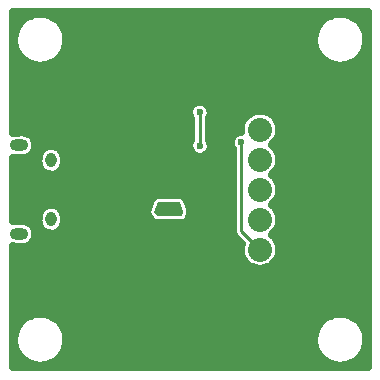
<source format=gbl>
G04 DipTrace 2.4.0.1*
%INinterface.back.gbl*%
%MOIN*%
%ADD13C,0.02*%
%ADD14C,0.01*%
%ADD15C,0.025*%
%ADD21O,0.0374X0.0492*%
%ADD22O,0.061X0.0394*%
%ADD25C,0.08*%
%ADD29C,0.0236*%
%FSLAX44Y44*%
G04*
G70*
G90*
G75*
G01*
%LNBottom*%
%LPD*%
X11064Y13189D2*
D13*
X10312D1*
X9564D1*
X6062Y9687D1*
X7062Y7987D2*
Y8687D1*
X6062Y9687D1*
X9812Y6812D2*
Y7187D1*
X7812D1*
X7037Y7962D1*
X7062Y7987D1*
X10437Y7562D2*
X10152D1*
X9812Y7222D1*
Y7187D1*
X13812Y5812D2*
X10812D1*
X9812Y6812D1*
X6812Y11437D2*
Y10491D1*
X6062Y9687D1*
X11937Y11812D2*
D14*
Y8862D1*
X12562Y8237D1*
X10562Y11687D2*
Y12812D1*
D29*
X11064Y13189D3*
X6062Y9687D3*
X7062Y7987D3*
X9812Y6812D3*
X7062Y7987D3*
X10312Y13189D3*
X10437Y7562D3*
X13812Y5812D3*
X9812Y6812D3*
X6812Y11437D3*
X11937Y11812D3*
X10562Y11687D3*
Y12812D3*
X4347Y15903D2*
D15*
X4662D1*
X5814D2*
X14662D1*
X15814D2*
X16127D1*
X4347Y15655D2*
X4455D1*
X6021D2*
X14455D1*
X16021D2*
X16125D1*
X6111Y15406D2*
X14365D1*
X6122Y15157D2*
X14350D1*
X6064Y14909D2*
X14412D1*
X4347Y14660D2*
X4568D1*
X5907D2*
X14568D1*
X15907D2*
X16127D1*
X4347Y14411D2*
X4955D1*
X5521D2*
X14955D1*
X15521D2*
X16127D1*
X4347Y14163D2*
X16127D1*
X4347Y13914D2*
X16127D1*
X4347Y13665D2*
X16127D1*
X4347Y13417D2*
X16127D1*
X4347Y13168D2*
X16127D1*
X4347Y12919D2*
X10201D1*
X10923D2*
X16127D1*
X4347Y12671D2*
X10213D1*
X10911D2*
X12072D1*
X13052D2*
X16127D1*
X4347Y12422D2*
X10252D1*
X10872D2*
X11928D1*
X13193D2*
X16127D1*
X4347Y12173D2*
X10252D1*
X10872D2*
X11904D1*
X13220D2*
X16127D1*
X5048Y11924D2*
X10252D1*
X10872D2*
X11576D1*
X13138D2*
X16127D1*
X5099Y11676D2*
X5428D1*
X5771D2*
X10186D1*
X10939D2*
X11588D1*
X13044D2*
X16127D1*
X4993Y11427D2*
X5178D1*
X6021D2*
X10299D1*
X10825D2*
X11627D1*
X13193D2*
X16127D1*
X4347Y11178D2*
X5154D1*
X6048D2*
X11627D1*
X13220D2*
X16127D1*
X4347Y10930D2*
X5225D1*
X5978D2*
X11627D1*
X13142D2*
X16127D1*
X4347Y10681D2*
X11627D1*
X13040D2*
X16127D1*
X4347Y10432D2*
X11627D1*
X13193D2*
X16127D1*
X4347Y10184D2*
X11627D1*
X13220D2*
X16127D1*
X4347Y9935D2*
X8928D1*
X10114D2*
X11627D1*
X13146D2*
X16127D1*
X4347Y9686D2*
X5381D1*
X5818D2*
X8834D1*
X10212D2*
X11627D1*
X13036D2*
X16127D1*
X4347Y9438D2*
X5174D1*
X6028D2*
X8791D1*
X10251D2*
X11627D1*
X13189D2*
X16127D1*
X4724Y9189D2*
X5154D1*
X6048D2*
X8924D1*
X10161D2*
X11627D1*
X13220D2*
X16127D1*
X5064Y8940D2*
X5236D1*
X5962D2*
X11627D1*
X13150D2*
X16127D1*
X5095Y8692D2*
X11686D1*
X13028D2*
X16127D1*
X4962Y8443D2*
X11928D1*
X13189D2*
X16127D1*
X4347Y8194D2*
X11904D1*
X13220D2*
X16127D1*
X4347Y7945D2*
X11975D1*
X13150D2*
X16127D1*
X4347Y7697D2*
X12205D1*
X12919D2*
X16127D1*
X4347Y7448D2*
X16127D1*
X4347Y7199D2*
X16127D1*
X4347Y6951D2*
X16127D1*
X4347Y6702D2*
X16127D1*
X4347Y6453D2*
X16127D1*
X4347Y6205D2*
X16127D1*
X4347Y5956D2*
X4732D1*
X5743D2*
X14732D1*
X15743D2*
X16127D1*
X4347Y5707D2*
X4486D1*
X5989D2*
X14486D1*
X15989D2*
X16125D1*
X6099Y5459D2*
X14377D1*
X6126Y5210D2*
X14346D1*
X6083Y4961D2*
X14393D1*
X4347Y4713D2*
X4525D1*
X5950D2*
X14525D1*
X15950D2*
X16127D1*
X4347Y4464D2*
X4826D1*
X5650D2*
X14826D1*
X15650D2*
X16127D1*
X5182Y11279D2*
X5181Y11329D1*
X5213Y11450D1*
X5280Y11555D1*
X5374Y11637D1*
X5488Y11687D1*
X5611Y11702D1*
X5734Y11680D1*
X5845Y11624D1*
X5935Y11537D1*
X5995Y11429D1*
X6021Y11276D1*
X6018Y11162D1*
X6004Y11039D1*
X5950Y10927D1*
X5866Y10835D1*
X5759Y10771D1*
X5638Y10742D1*
X5514Y10749D1*
X5397Y10792D1*
X5298Y10868D1*
X5225Y10969D1*
X5185Y11087D1*
X5178Y11162D1*
X5182Y11280D1*
Y9310D2*
X5181Y9361D1*
X5213Y9481D1*
X5280Y9587D1*
X5374Y9668D1*
X5488Y9719D1*
X5611Y9734D1*
X5734Y9712D1*
X5845Y9655D1*
X5935Y9569D1*
X5995Y9460D1*
X6021Y9308D1*
X6018Y9194D1*
X6004Y9071D1*
X5950Y8958D1*
X5866Y8866D1*
X5759Y8803D1*
X5638Y8773D1*
X5514Y8781D1*
X5397Y8824D1*
X5298Y8899D1*
X5225Y9000D1*
X5185Y9118D1*
X5178Y9194D1*
X5182Y9312D1*
X4431Y11286D2*
X4357Y11287D1*
X4324Y11298D1*
X4322Y9902D1*
Y9180D1*
X4429Y9189D1*
X4645Y9192D1*
X4735Y9183D1*
X4851Y9140D1*
X4951Y9065D1*
X5025Y8965D1*
X5068Y8848D1*
X5077Y8761D1*
X5059Y8637D1*
X5007Y8524D1*
X4924Y8431D1*
X4819Y8365D1*
X4698Y8332D1*
X4645Y8329D1*
X4357Y8335D1*
X4324Y8345D1*
X4322Y6152D1*
Y4322D1*
X16152D1*
Y16152D1*
X4322D1*
Y12133D1*
X4429Y12142D1*
X4645Y12145D1*
X4735Y12136D1*
X4851Y12093D1*
X4951Y12018D1*
X5025Y11918D1*
X5068Y11801D1*
X5077Y11713D1*
X5059Y11590D1*
X5007Y11477D1*
X4924Y11384D1*
X4819Y11318D1*
X4698Y11285D1*
X4645Y11282D1*
X4429Y11285D1*
X13185Y12113D2*
X13148Y11993D1*
X13089Y11883D1*
X13010Y11787D1*
X12953Y11740D1*
X13017Y11680D1*
X13095Y11582D1*
X13152Y11471D1*
X13187Y11351D1*
X13197Y11237D1*
X13185Y11113D1*
X13148Y10993D1*
X13089Y10883D1*
X13010Y10787D1*
X12953Y10740D1*
X13017Y10680D1*
X13095Y10582D1*
X13152Y10471D1*
X13187Y10351D1*
X13197Y10237D1*
X13185Y10113D1*
X13148Y9993D1*
X13089Y9883D1*
X13010Y9787D1*
X12953Y9740D1*
X13017Y9680D1*
X13095Y9582D1*
X13152Y9471D1*
X13187Y9351D1*
X13197Y9237D1*
X13185Y9113D1*
X13148Y8993D1*
X13089Y8883D1*
X13010Y8787D1*
X12953Y8740D1*
X13017Y8680D1*
X13095Y8582D1*
X13152Y8471D1*
X13187Y8351D1*
X13197Y8237D1*
X13185Y8113D1*
X13148Y7993D1*
X13089Y7883D1*
X13010Y7787D1*
X12913Y7708D1*
X12803Y7650D1*
X12684Y7614D1*
X12559Y7602D1*
X12435Y7615D1*
X12316Y7652D1*
X12206Y7711D1*
X12110Y7791D1*
X12032Y7888D1*
X11974Y7998D1*
X11938Y8118D1*
X11927Y8242D1*
X11940Y8366D1*
X11962Y8437D1*
X11735Y8660D1*
X11668Y8769D1*
X11688Y8723D1*
X11652Y8862D1*
Y11600D1*
X11601Y11704D1*
X11584Y11828D1*
X11612Y11949D1*
X11679Y12053D1*
X11779Y12128D1*
X11898Y12163D1*
X11933Y12161D1*
X11927Y12242D1*
X11940Y12366D1*
X11978Y12485D1*
X12037Y12595D1*
X12118Y12691D1*
X12215Y12769D1*
X12325Y12826D1*
X12445Y12861D1*
X12570Y12872D1*
X12694Y12858D1*
X12813Y12820D1*
X12922Y12760D1*
X13017Y12680D1*
X13095Y12582D1*
X13152Y12471D1*
X13187Y12351D1*
X13197Y12237D1*
X13185Y12113D1*
X16093Y15112D2*
X16066Y14990D1*
X16022Y14874D1*
X15961Y14764D1*
X15886Y14665D1*
X15797Y14578D1*
X15696Y14504D1*
X15586Y14445D1*
X15468Y14403D1*
X15345Y14379D1*
X15221Y14372D1*
X15096Y14384D1*
X14975Y14413D1*
X14859Y14459D1*
X14751Y14522D1*
X14653Y14599D1*
X14567Y14690D1*
X14495Y14792D1*
X14439Y14903D1*
X14399Y15022D1*
X14377Y15145D1*
X14373Y15270D1*
X14386Y15394D1*
X14418Y15515D1*
X14466Y15630D1*
X14531Y15737D1*
X14610Y15833D1*
X14702Y15917D1*
X14806Y15987D1*
X14918Y16041D1*
X15038Y16079D1*
X15161Y16099D1*
X15286Y16101D1*
X15410Y16085D1*
X15530Y16051D1*
X15644Y16000D1*
X15750Y15934D1*
X15845Y15853D1*
X15927Y15759D1*
X15995Y15654D1*
X16047Y15540D1*
X16082Y15421D1*
X16102Y15237D1*
X16093Y15112D1*
X6093D2*
X6066Y14990D1*
X6022Y14874D1*
X5961Y14764D1*
X5886Y14665D1*
X5797Y14578D1*
X5696Y14504D1*
X5586Y14445D1*
X5468Y14403D1*
X5345Y14379D1*
X5221Y14372D1*
X5096Y14384D1*
X4975Y14413D1*
X4859Y14459D1*
X4751Y14522D1*
X4653Y14599D1*
X4567Y14690D1*
X4495Y14792D1*
X4439Y14903D1*
X4399Y15022D1*
X4377Y15145D1*
X4373Y15270D1*
X4386Y15394D1*
X4418Y15515D1*
X4466Y15630D1*
X4531Y15737D1*
X4610Y15833D1*
X4702Y15917D1*
X4806Y15987D1*
X4918Y16041D1*
X5038Y16079D1*
X5161Y16099D1*
X5286Y16101D1*
X5410Y16085D1*
X5530Y16051D1*
X5644Y16000D1*
X5750Y15934D1*
X5845Y15853D1*
X5927Y15759D1*
X5995Y15654D1*
X6047Y15540D1*
X6082Y15421D1*
X6102Y15237D1*
X6093Y15112D1*
Y5112D2*
X6066Y4990D1*
X6022Y4874D1*
X5961Y4764D1*
X5886Y4665D1*
X5797Y4578D1*
X5696Y4504D1*
X5586Y4445D1*
X5468Y4403D1*
X5345Y4379D1*
X5221Y4372D1*
X5096Y4384D1*
X4975Y4413D1*
X4859Y4459D1*
X4751Y4522D1*
X4653Y4599D1*
X4567Y4690D1*
X4495Y4792D1*
X4439Y4903D1*
X4399Y5022D1*
X4377Y5145D1*
X4373Y5270D1*
X4386Y5394D1*
X4418Y5515D1*
X4466Y5630D1*
X4531Y5737D1*
X4610Y5833D1*
X4702Y5917D1*
X4806Y5987D1*
X4918Y6041D1*
X5038Y6079D1*
X5161Y6099D1*
X5286Y6101D1*
X5410Y6085D1*
X5530Y6051D1*
X5644Y6000D1*
X5750Y5934D1*
X5845Y5853D1*
X5927Y5759D1*
X5995Y5654D1*
X6047Y5540D1*
X6082Y5421D1*
X6102Y5237D1*
X6093Y5112D1*
X16093D2*
X16066Y4990D1*
X16022Y4874D1*
X15961Y4764D1*
X15886Y4665D1*
X15797Y4578D1*
X15696Y4504D1*
X15586Y4445D1*
X15468Y4403D1*
X15345Y4379D1*
X15221Y4372D1*
X15096Y4384D1*
X14975Y4413D1*
X14859Y4459D1*
X14751Y4522D1*
X14653Y4599D1*
X14567Y4690D1*
X14495Y4792D1*
X14439Y4903D1*
X14399Y5022D1*
X14377Y5145D1*
X14373Y5270D1*
X14386Y5394D1*
X14418Y5515D1*
X14466Y5630D1*
X14531Y5737D1*
X14610Y5833D1*
X14702Y5917D1*
X14806Y5987D1*
X14918Y6041D1*
X15038Y6079D1*
X15161Y6099D1*
X15286Y6101D1*
X15410Y6085D1*
X15530Y6051D1*
X15644Y6000D1*
X15750Y5934D1*
X15845Y5853D1*
X15927Y5759D1*
X15995Y5654D1*
X16047Y5540D1*
X16082Y5421D1*
X16102Y5237D1*
X16093Y5112D1*
X10146Y9793D2*
X10222Y9589D1*
X10230Y9450D1*
X10190Y9290D1*
X10140Y9194D1*
X10048Y9130D1*
X9962Y9112D1*
X9122D1*
X9003Y9145D1*
X8912Y9242D1*
X8832Y9402D1*
X8809Y9521D1*
Y9478D1*
X8822Y9589D1*
X8942Y9910D1*
X9014Y10010D1*
X9131Y10059D1*
X9787Y10062D1*
X9882D1*
X10001Y10030D1*
X10088Y9938D1*
X10146Y9793D1*
X10277Y11894D2*
Y12605D1*
X10226Y12704D1*
X10209Y12828D1*
X10237Y12949D1*
X10304Y13053D1*
X10404Y13128D1*
X10523Y13163D1*
X10647Y13155D1*
X10761Y13104D1*
X10850Y13017D1*
X10903Y12905D1*
X10915Y12812D1*
X10893Y12690D1*
X10848Y12613D1*
X10850Y11892D1*
X10903Y11780D1*
X10915Y11687D1*
X10893Y11565D1*
X10830Y11457D1*
X10734Y11379D1*
X10616Y11338D1*
X10492Y11341D1*
X10376Y11387D1*
X10284Y11470D1*
X10226Y11579D1*
X10209Y11703D1*
X10237Y11824D1*
X10277Y11886D1*
D21*
X5600Y11221D3*
Y9253D3*
D22*
X4537Y11713D3*
Y8761D3*
D25*
X12562Y12237D3*
Y11237D3*
Y10237D3*
Y9237D3*
Y8237D3*
G36*
X10002Y9507D2*
X9882Y9827D1*
X9162D1*
X9042Y9507D1*
X9122Y9347D1*
X9962D1*
D1*
X10002Y9507D1*
G37*
M02*

</source>
